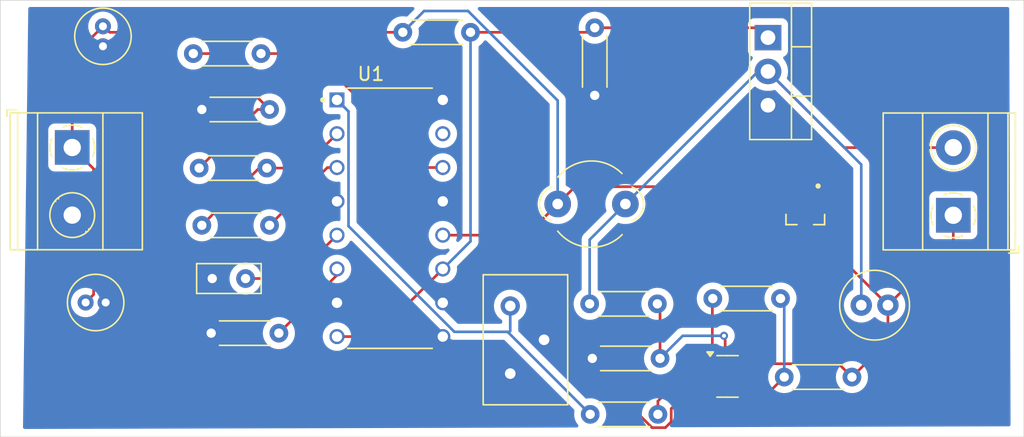
<source format=kicad_pcb>
(kicad_pcb (version 20240108) (generator "pcbnew") (generator_version "8.0")
  (layers (0 "F.Cu" signal) (31 "B.Cu" signal) (34 "B.Paste" user) (35 "F.Paste" user) (36 "B.SilkS" user "B.Silkscreen") (37 "F.SilkS" user "F.Silkscreen") (38 "B.Mask" user) (39 "F.Mask" user) (44 "Edge.Cuts" user))
  (net 0 "")
  (net 1 "GND")
  (net 2 "+12V")
  (net 3 "Net-(U1-CT)")
  (net 4 "Net-(J2-Pin_2)")
  (net 5 "Net-(J2-Pin_1)")
  (net 6 "Net-(Q1-G)")
  (net 7 "/Vref")
  (net 8 "Net-(R1-Pad1)")
  (net 9 "Net-(U1-1IN-)")
  (net 10 "Net-(U1-FB)")
  (net 11 "Net-(U1-RT)")
  (net 12 "Net-(U2--)")
  (net 13 "/V_ADJ")
  (net 14 "Net-(R10-Pad2)")
  (net 15 "Net-(U2-+)")
  (footprint "Resistor_THT:R_Axial_DIN0204_L3.6mm_D1.6mm_P5.08mm_Horizontal" (layer "F.Cu") (at 92 58.4)
    (property "Reference" "R6" (hide yes))
    (property "Value" "560R" (hide yes))
    (fp_line (start 0.62 -0.92) (end 4.46 -0.92) (stroke (width 0.12)) (layer "F.SilkS"))
    (fp_line (start 0.62 0.92) (end 4.46 0.92) (stroke (width 0.12)) (layer "F.SilkS"))
    (pad "1" thru_hole circle (at 0 0) (size 1.4 1.4) (drill 0.7) (layers "*.Cu" "*.Mask") (net 2 "+12V"))
    (pad "2" thru_hole oval (at 5.08 0) (size 1.4 1.4) (drill 0.7) (layers "*.Cu" "*.Mask") (net 6 "Net-(Q1-G)"))
  )
  (footprint "Capacitor_THT:C_Rect_L4.6mm_W2.0mm_P2.50mm_MKS02_FKP02" (layer "F.Cu") (at 80.2 76.9 180)
    (property "Reference" "C3" (hide yes))
    (property "Value" "2.2nF" (hide yes))
    (fp_line (start 3.67 -1.12) (end 3.67 1.12) (stroke (width 0.12)) (layer "F.SilkS"))
    (fp_line (start -1.17 1.12) (end 3.67 1.12) (stroke (width 0.12)) (layer "F.SilkS"))
    (fp_line (start -1.17 -1.12) (end 3.67 -1.12) (stroke (width 0.12)) (layer "F.SilkS"))
    (fp_line (start -1.17 -1.12) (end -1.17 1.12) (stroke (width 0.12)) (layer "F.SilkS"))
    (pad "1" thru_hole circle (at 0 0 180) (size 1.4 1.4) (drill 0.7) (layers "*.Cu" "*.Mask") (net 3 "Net-(U1-CT)"))
    (pad "2" thru_hole circle (at 2.5 0 180) (size 1.4 1.4) (drill 0.7) (layers "*.Cu" "*.Mask") (net 1 "GND"))
  )
  (footprint "Package_TO_SOT_THT:TO-220-3_Vertical" (layer "F.Cu") (at 119.4 58.8 -90)
    (property "Reference" "Q1" (hide yes))
    (property "Value" "IRF540N" (hide yes))
    (fp_line (start -2.58 1.371) (end 7.66 1.371) (stroke (width 0.12)) (layer "F.SilkS"))
    (fp_line (start -2.58 -1.76) (end 7.66 -1.76) (stroke (width 0.12)) (layer "F.SilkS"))
    (fp_line (start -2.58 -3.27) (end -2.58 1.371) (stroke (width 0.12)) (layer "F.SilkS"))
    (fp_line (start -2.58 -3.27) (end 7.66 -3.27) (stroke (width 0.12)) (layer "F.SilkS"))
    (fp_line (start 0.69 -3.27) (end 0.69 -1.76) (stroke (width 0.12)) (layer "F.SilkS"))
    (fp_line (start 4.391 -3.27) (end 4.391 -1.76) (stroke (width 0.12)) (layer "F.SilkS"))
    (fp_line (start 7.66 -3.27) (end 7.66 1.371) (stroke (width 0.12)) (layer "F.SilkS"))
    (pad "1" thru_hole rect (at 0 0 270) (size 1.905 2) (drill 1.1) (layers "*.Cu" "*.Mask") (net 6 "Net-(Q1-G)"))
    (pad "2" thru_hole oval (at 2.54 0 270) (size 1.905 2) (drill 1.1) (layers "*.Cu" "*.Mask") (net 4 "Net-(J2-Pin_2)"))
    (pad "3" thru_hole oval (at 5.08 0 270) (size 1.905 2) (drill 1.1) (layers "*.Cu" "*.Mask") (net 1 "GND"))
  )
  (footprint "Resistor_THT:R_Axial_DIN0204_L3.6mm_D1.6mm_P5.08mm_Horizontal" (layer "F.Cu") (at 106.02 78.8)
    (property "Reference" "R8" (hide yes))
    (property "Value" "10K" (hide yes))
    (fp_line (start 0.62 -0.92) (end 4.46 -0.92) (stroke (width 0.12)) (layer "F.SilkS"))
    (fp_line (start 0.62 0.92) (end 4.46 0.92) (stroke (width 0.12)) (layer "F.SilkS"))
    (pad "1" thru_hole circle (at 0 0) (size 1.4 1.4) (drill 0.7) (layers "*.Cu" "*.Mask") (net 4 "Net-(J2-Pin_2)"))
    (pad "2" thru_hole oval (at 5.08 0) (size 1.4 1.4) (drill 0.7) (layers "*.Cu" "*.Mask") (net 12 "Net-(U2--)"))
  )
  (footprint "TL494:DIP794W45P254L1969H508Q16" (layer "F.Cu") (at 91.03 72.37)
    (property "Reference" "U1" (at -1.425 -10.835 0) (layer "F.SilkS"))
    (property "Value" "TL494")
    (fp_line (start -3.175 -9.775) (end 3.175 -9.775) (stroke (width 0.127)) (layer "F.SilkS"))
    (fp_line (start -3.175 9.775) (end 3.175 9.775) (stroke (width 0.127)) (layer "F.SilkS"))
    (fp_circle (center -5.035 -8.89) (end -4.935 -8.89) (stroke (width 0.2)) (fill none) (layer "F.SilkS"))
    (pad "1" thru_hole rect (at -3.97 -8.89) (size 1.13 1.13) (drill 0.78) (layers "*.Cu" "*.Mask") (net 13 "/V_ADJ"))
    (pad "2" thru_hole circle (at -3.97 -6.35) (size 1.13 1.13) (drill 0.78) (layers "*.Cu" "*.Mask") (net 9 "Net-(U1-1IN-)"))
    (pad "3" thru_hole circle (at -3.97 -3.81) (size 1.13 1.13) (drill 0.78) (layers "*.Cu" "*.Mask") (net 10 "Net-(U1-FB)"))
    (pad "4" thru_hole circle (at -3.97 -1.27) (size 1.13 1.13) (drill 0.78) (layers "*.Cu" "*.Mask") (net 1 "GND"))
    (pad "5" thru_hole circle (at -3.97 1.27) (size 1.13 1.13) (drill 0.78) (layers "*.Cu" "*.Mask") (net 3 "Net-(U1-CT)"))
    (pad "6" thru_hole circle (at -3.97 3.81) (size 1.13 1.13) (drill 0.78) (layers "*.Cu" "*.Mask") (net 11 "Net-(U1-RT)"))
    (pad "7" thru_hole circle (at -3.97 6.35) (size 1.13 1.13) (drill 0.78) (layers "*.Cu" "*.Mask") (net 1 "GND"))
    (pad "8" thru_hole circle (at -3.97 8.89) (size 1.13 1.13) (drill 0.78) (layers "*.Cu" "*.Mask") (net 6 "Net-(Q1-G)"))
    (pad "9" thru_hole circle (at 3.97 8.89) (size 1.13 1.13) (drill 0.78) (layers "*.Cu" "*.Mask") (net 1 "GND"))
    (pad "10" thru_hole circle (at 3.97 6.35) (size 1.13 1.13) (drill 0.78) (layers "*.Cu" "*.Mask") (net 1 "GND"))
    (pad "11" thru_hole circle (at 3.97 3.81) (size 1.13 1.13) (drill 0.78) (layers "*.Cu" "*.Mask") (net 6 "Net-(Q1-G)"))
    (pad "12" thru_hole circle (at 3.97 1.27) (size 1.13 1.13) (drill 0.78) (layers "*.Cu" "*.Mask") (net 2 "+12V"))
    (pad "13" thru_hole circle (at 3.97 -1.27) (size 1.13 1.13) (drill 0.78) (layers "*.Cu" "*.Mask") (net 1 "GND"))
    (pad "14" thru_hole circle (at 3.97 -3.81) (size 1.13 1.13) (drill 0.78) (layers "*.Cu" "*.Mask") (net 7 "/Vref"))
    (pad "15" thru_hole circle (at 3.97 -6.35) (size 1.13 1.13) (drill 0.78) (layers "*.Cu" "*.Mask"))
    (pad "16" thru_hole circle (at 3.97 -8.89) (size 1.13 1.13) (drill 0.78) (layers "*.Cu" "*.Mask") (net 1 "GND"))
  )
  (footprint "Resistor_THT:R_Axial_DIN0204_L3.6mm_D1.6mm_P5.08mm_Horizontal" (layer "F.Cu") (at 106.06 87.1)
    (property "Reference" "R10" (hide yes))
    (property "Value" "2.2K" (hide yes))
    (fp_line (start 0.62 -0.92) (end 4.46 -0.92) (stroke (width 0.12)) (layer "F.SilkS"))
    (fp_line (start 0.62 0.92) (end 4.46 0.92) (stroke (width 0.12)) (layer "F.SilkS"))
    (pad "1" thru_hole circle (at 0 0) (size 1.4 1.4) (drill 0.7) (layers "*.Cu" "*.Mask") (net 13 "/V_ADJ"))
    (pad "2" thru_hole oval (at 5.08 0) (size 1.4 1.4) (drill 0.7) (layers "*.Cu" "*.Mask") (net 14 "Net-(R10-Pad2)"))
  )
  (footprint "TerminalBlock_Phoenix:TerminalBlock_Phoenix_MKDS-1,5-2-5.08_1x02_P5.08mm_Horizontal" (layer "F.Cu") (at 133.305 72.145 90)
    (property "Reference" "J2" (hide yes))
    (property "Value" "Screw_Terminal_01x02" (hide yes))
    (fp_line (start 7.68 -5.261) (end 7.68 4.66) (stroke (width 0.12)) (layer "F.SilkS"))
    (fp_line (start -2.6 -5.261) (end 7.68 -5.261) (stroke (width 0.12)) (layer "F.SilkS"))
    (fp_line (start -2.6 -5.261) (end -2.6 4.66) (stroke (width 0.12)) (layer "F.SilkS"))
    (fp_line (start -2.6 -2.301) (end 7.68 -2.301) (stroke (width 0.12)) (layer "F.SilkS"))
    (fp_line (start 6.15 -1.275) (end 6.115 -1.239) (stroke (width 0.12)) (layer "F.SilkS"))
    (fp_line (start 6.355 -1.069) (end 6.308 -1.023) (stroke (width 0.12)) (layer "F.SilkS"))
    (fp_line (start 3.853 1.023) (end 3.806 1.069) (stroke (width 0.12)) (layer "F.SilkS"))
    (fp_line (start 4.046 1.239) (end 4.011 1.274) (stroke (width 0.12)) (layer "F.SilkS"))
    (fp_line (start -2.6 2.6) (end 7.68 2.6) (stroke (width 0.12)) (layer "F.SilkS"))
    (fp_line (start -2.6 4.1) (end 7.68 4.1) (stroke (width 0.12)) (layer "F.SilkS"))
    (fp_line (start -2.84 4.16) (end -2.84 4.9) (stroke (width 0.12)) (layer "F.SilkS"))
    (fp_line (start -2.6 4.66) (end 7.68 4.66) (stroke (width 0.12)) (layer "F.SilkS"))
    (fp_line (start -2.84 4.9) (end -2.34 4.9) (stroke (width 0.12)) (layer "F.SilkS"))
    (fp_arc (start -0.683042 -1.535427) (mid 0.000524 -1.680501) (end 0.684 -1.535) (stroke (width 0.12)) (layer "F.SilkS"))
    (fp_arc (start 1.535427 -0.683042) (mid 1.680501 0.000524) (end 1.535 0.684) (stroke (width 0.12)) (layer "F.SilkS"))
    (fp_arc (start -1.535427 0.683042) (mid -1.680501 -0.000524) (end -1.535 -0.684) (stroke (width 0.12)) (layer "F.SilkS"))
    (fp_arc (start 0.683318 1.534756) (mid 0.349292 1.643288) (end 0 1.68) (stroke (width 0.12)) (layer "F.SilkS"))
    (fp_arc (start 0.028805 1.680253) (mid -0.335551 1.646659) (end -0.684 1.535) (stroke (width 0.12)) (layer "F.SilkS"))
    (fp_circle (center 5.08 0) (end 6.76 0) (stroke (width 0.12)) (fill none) (layer "F.SilkS"))
    (pad "1" thru_hole rect (at 0 0 90) (size 2.6 2.6) (drill 1.3) (layers "*.Cu" "*.Mask") (net 5 "Net-(J2-Pin_1)"))
    (pad "2" thru_hole circle (at 5.08 0 90) (size 2.6 2.6) (drill 1.3) (layers "*.Cu" "*.Mask") (net 4 "Net-(J2-Pin_2)"))
  )
  (footprint "Package_TO_SOT_SMD:SOT-23-5" (layer "F.Cu") (at 116.3625 84.25)
    (property "Reference" "U2" (hide yes))
    (property "Value" "ADA4610-1xRJ" (hide yes))
    (fp_line (start 0 -1.56) (end -0.8 -1.56) (stroke (width 0.12)) (layer "F.SilkS"))
    (fp_line (start 0 -1.56) (end 0.8 -1.56) (stroke (width 0.12)) (layer "F.SilkS"))
    (fp_line (start 0 1.56) (end -0.8 1.56) (stroke (width 0.12)) (layer "F.SilkS"))
    (fp_line (start 0 1.56) (end 0.8 1.56) (stroke (width 0.12)) (layer "F.SilkS"))
    (fp_poly (pts (xy -1.3 -1.51) (xy -1.54 -1.84) (xy -1.06 -1.84) (xy -1.3 -1.51)) (stroke (width 0.12)) (fill solid) (layer "F.SilkS"))
    (pad "1" smd roundrect (at -1.1375 -0.95) (size 1.325 0.6) (layers "F.Cu" "F.Paste" "F.Mask") (net 14 "Net-(R10-Pad2)"))
    (pad "2" smd roundrect (at -1.1375 0) (size 1.325 0.6) (layers "F.Cu" "F.Paste" "F.Mask") (net 1 "GND"))
    (pad "3" smd roundrect (at -1.1375 0.95) (size 1.325 0.6) (layers "F.Cu" "F.Paste" "F.Mask") (net 15 "Net-(U2-+)"))
    (pad "4" smd roundrect (at 1.1375 0.95) (size 1.325 0.6) (layers "F.Cu" "F.Paste" "F.Mask") (net 12 "Net-(U2--)"))
    (pad "5" smd roundrect (at 1.1375 -0.95) (size 1.325 0.6) (layers "F.Cu" "F.Paste" "F.Mask") (net 5 "Net-(J2-Pin_1)"))
  )
  (footprint "Resistor_THT:R_Axial_DIN0204_L3.6mm_D1.6mm_P5.08mm_Horizontal" (layer "F.Cu") (at 76.92 64.2)
    (property "Reference" "R2" (hide yes))
    (property "Value" "10K" (hide yes))
    (fp_line (start 0.62 -0.92) (end 4.46 -0.92) (stroke (width 0.12)) (layer "F.SilkS"))
    (fp_line (start 0.62 0.92) (end 4.46 0.92) (stroke (width 0.12)) (layer "F.SilkS"))
    (pad "1" thru_hole circle (at 0 0) (size 1.4 1.4) (drill 0.7) (layers "*.Cu" "*.Mask") (net 1 "GND"))
    (pad "2" thru_hole oval (at 5.08 0) (size 1.4 1.4) (drill 0.7) (layers "*.Cu" "*.Mask") (net 8 "Net-(R1-Pad1)"))
  )
  (footprint "Capacitor_THT:C_Radial_D4.0mm_H7.0mm_P1.50mm" (layer "F.Cu") (at 69.5 57.95 -90)
    (property "Reference" "C2" (hide yes))
    (property "Value" "1000uF 25V" (hide yes))
    (fp_circle (center 0.75 0) (end 2.87 0) (stroke (width 0.12)) (fill none) (layer "F.SilkS"))
    (pad "1" thru_hole circle (at 0 0 270) (size 1.2 1.2) (drill 0.6) (layers "*.Cu" "*.Mask") (net 2 "+12V"))
    (pad "2" thru_hole circle (at 1.5 0 270) (size 1.2 1.2) (drill 0.6) (layers "*.Cu" "*.Mask") (net 1 "GND"))
  )
  (footprint "Resistor_THT:R_Axial_DIN0204_L3.6mm_D1.6mm_P5.08mm_Horizontal" (layer "F.Cu") (at 76.28 60)
    (property "Reference" "R1" (hide yes))
    (property "Value" "10K" (hide yes))
    (fp_line (start 0.62 -0.92) (end 4.46 -0.92) (stroke (width 0.12)) (layer "F.SilkS"))
    (fp_line (start 0.62 0.92) (end 4.46 0.92) (stroke (width 0.12)) (layer "F.SilkS"))
    (pad "1" thru_hole circle (at 0 0) (size 1.4 1.4) (drill 0.7) (layers "*.Cu" "*.Mask") (net 8 "Net-(R1-Pad1)"))
    (pad "2" thru_hole oval (at 5.08 0) (size 1.4 1.4) (drill 0.7) (layers "*.Cu" "*.Mask") (net 7 "/Vref"))
  )
  (footprint "Capacitor_THT:C_Radial_D5.0mm_H11.0mm_P2.00mm" (layer "F.Cu") (at 126.4 78.9)
    (property "Reference" "C4" (hide yes))
    (property "Value" "1000uF 63V" (hide yes))
    (fp_circle (center 1 0) (end 3.62 0) (stroke (width 0.12)) (fill none) (layer "F.SilkS"))
    (pad "1" thru_hole circle (at 0 0) (size 1.6 1.6) (drill 0.8) (layers "*.Cu" "*.Mask") (net 4 "Net-(J2-Pin_2)"))
    (pad "2" thru_hole circle (at 2 0) (size 1.6 1.6) (drill 0.8) (layers "*.Cu" "*.Mask") (net 5 "Net-(J2-Pin_1)"))
  )
  (footprint "Resistor_THT:R_Axial_DIN0204_L3.6mm_D1.6mm_P5.08mm_Horizontal" (layer "F.Cu") (at 76.72 68.6)
    (property "Reference" "R3" (hide yes))
    (property "Value" "560" (hide yes))
    (fp_line (start 0.62 -0.92) (end 4.46 -0.92) (stroke (width 0.12)) (layer "F.SilkS"))
    (fp_line (start 0.62 0.92) (end 4.46 0.92) (stroke (width 0.12)) (layer "F.SilkS"))
    (pad "1" thru_hole circle (at 0 0) (size 1.4 1.4) (drill 0.7) (layers "*.Cu" "*.Mask") (net 8 "Net-(R1-Pad1)"))
    (pad "2" thru_hole oval (at 5.08 0) (size 1.4 1.4) (drill 0.7) (layers "*.Cu" "*.Mask") (net 9 "Net-(U1-1IN-)"))
  )
  (footprint "Resistor_THT:R_Axial_DIN0204_L3.6mm_D1.6mm_P5.08mm_Horizontal" (layer "F.Cu") (at 125.7 84.3 180)
    (property "Reference" "R11" (hide yes))
    (property "Value" "10K" (hide yes))
    (fp_line (start 0.62 0.92) (end 4.46 0.92) (stroke (width 0.12)) (layer "F.SilkS"))
    (fp_line (start 0.62 -0.92) (end 4.46 -0.92) (stroke (width 0.12)) (layer "F.SilkS"))
    (pad "1" thru_hole circle (at 0 0 180) (size 1.4 1.4) (drill 0.7) (layers "*.Cu" "*.Mask") (net 5 "Net-(J2-Pin_1)"))
    (pad "2" thru_hole oval (at 5.08 0 180) (size 1.4 1.4) (drill 0.7) (layers "*.Cu" "*.Mask") (net 15 "Net-(U2-+)"))
  )
  (footprint "Dual_Schottky:SOT96P240X120-3N" (layer "F.Cu") (at 122.2 72.2 -90)
    (property "Reference" "D1" (hide yes))
    (property "Value" "D_Schottky_Dual_CommonCathode_AKA" (hide yes))
    (fp_line (start -0.115 1.45) (end 0.65 1.45) (stroke (width 0.127)) (layer "F.SilkS"))
    (fp_line (start 0.65 1.45) (end 0.65 0.625) (stroke (width 0.127)) (layer "F.SilkS"))
    (fp_line (start 0.65 -0.625) (end 0.65 -1.45) (stroke (width 0.127)) (layer "F.SilkS"))
    (fp_line (start 0.65 -1.45) (end -0.115 -1.45) (stroke (width 0.127)) (layer "F.SilkS"))
    (fp_circle (center -2.25 -0.96) (end -2.15 -0.96) (stroke (width 0.2)) (fill none) (layer "F.SilkS"))
    (pad "1" smd rect (at -1 -0.96 270) (size 1.13 0.63) (layers "F.Cu" "F.Paste" "F.Mask") (net 5 "Net-(J2-Pin_1)"))
    (pad "2" smd rect (at -1 0.96 270) (size 1.13 0.63) (layers "F.Cu" "F.Paste" "F.Mask") (net 2 "+12V"))
    (pad "3" smd rect (at 1 0 270) (size 1.13 0.63) (layers "F.Cu" "F.Paste" "F.Mask") (net 5 "Net-(J2-Pin_1)"))
  )
  (footprint "Potentiometer_THT:Potentiometer_Bourns_3299Y_Vertical" (layer "F.Cu") (at 100.06 78.96 90)
    (property "Reference" "RV1" (hide yes))
    (property "Value" "10K" (hide yes))
    (fp_line (start 2.345 -2.03) (end 2.345 4.31) (stroke (width 0.12)) (layer "F.SilkS"))
    (fp_line (start -7.425 -2.03) (end 2.345 -2.03) (stroke (width 0.12)) (layer "F.SilkS"))
    (fp_line (start -7.425 -2.03) (end -7.425 4.31) (stroke (width 0.12)) (layer "F.SilkS"))
    (fp_line (start -7.425 4.31) (end 2.345 4.31) (stroke (width 0.12)) (layer "F.SilkS"))
    (pad "1" thru_hole circle (at 0 0 90) (size 1.44 1.44) (drill 0.8) (layers "*.Cu" "*.Mask") (net 13 "/V_ADJ"))
    (pad "2" thru_hole circle (at -2.54 2.54 90) (size 1.44 1.44) (drill 0.8) (layers "*.Cu" "*.Mask") (net 1 "GND"))
    (pad "3" thru_hole circle (at -5.08 0 90) (size 1.44 1.44) (drill 0.8) (layers "*.Cu" "*.Mask") (net 1 "GND"))
  )
  (footprint "Resistor_THT:R_Axial_DIN0204_L3.6mm_D1.6mm_P5.08mm_Horizontal" (layer "F.Cu") (at 106.22 82.9)
    (property "Reference" "R9" (hide yes))
    (property "Value" "2.2K" (hide yes))
    (fp_line (start 0.62 -0.92) (end 4.46 -0.92) (stroke (width 0.12)) (layer "F.SilkS"))
    (fp_line (start 0.62 0.92) (end 4.46 0.92) (stroke (width 0.12)) (layer "F.SilkS"))
    (pad "1" thru_hole circle (at 0 0) (size 1.4 1.4) (drill 0.7) (layers "*.Cu" "*.Mask") (net 1 "GND"))
    (pad "2" thru_hole oval (at 5.08 0) (size 1.4 1.4) (drill 0.7) (layers "*.Cu" "*.Mask") (net 12 "Net-(U2--)"))
  )
  (footprint "Resistor_THT:R_Axial_DIN0204_L3.6mm_D1.6mm_P5.08mm_Horizontal" (layer "F.Cu") (at 76.92 72.9)
    (property "Reference" "R4" (hide yes))
    (property "Value" "50K" (hide yes))
    (fp_line (start 0.62 -0.92) (end 4.46 -0.92) (stroke (width 0.12)) (layer "F.SilkS"))
    (fp_line (start 0.62 0.92) (end 4.46 0.92) (stroke (width 0.12)) (layer "F.SilkS"))
    (pad "1" thru_hole circle (at 0 0) (size 1.4 1.4) (drill 0.7) (layers "*.Cu" "*.Mask") (net 9 "Net-(U1-1IN-)"))
    (pad "2" thru_hole oval (at 5.08 0) (size 1.4 1.4) (drill 0.7) (layers "*.Cu" "*.Mask") (net 10 "Net-(U1-FB)"))
  )
  (footprint "Ferrite_THT:LairdTech_28C0236-0JW-10" (layer "F.Cu") (at 108.7 71.3 180)
    (property "Reference" "L1" (hide yes))
    (property "Value" "220uH" (hide yes))
    (fp_arc (start 5.588 -1.27) (mid 6.447832 0) (end 5.588 1.27) (stroke (width 0.12)) (layer "F.SilkS"))
    (fp_arc (start 5.064465 2.019572) (mid 2.71878 3.227946) (end 0.254 2.286) (stroke (width 0.12)) (layer "F.SilkS"))
    (fp_arc (start 0.239932 -2.300068) (mid 2.71988 -3.24781) (end 5.08 -2.032) (stroke (width 0.12)) (layer "F.SilkS"))
    (fp_arc (start -0.508 1.27) (mid -1.367832 0) (end -0.508 -1.27) (stroke (width 0.12)) (layer "F.SilkS"))
    (pad "1" thru_hole circle (at 0 0 180) (size 2 2) (drill 0.8) (layers "*.Cu" "*.Mask") (net 4 "Net-(J2-Pin_2)"))
    (pad "2" thru_hole circle (at 5.08 0 180) (size 2 2) (drill 0.8) (layers "*.Cu" "*.Mask") (net 2 "+12V"))
  )
  (footprint "Resistor_THT:R_Axial_DIN0204_L3.6mm_D1.6mm_P5.08mm_Horizontal" (layer "F.Cu") (at 115.26 78.4)
    (property "Reference" "R12" (hide yes))
    (property "Value" "2.2K" (hide yes))
    (fp_line (start 0.62 -0.92) (end 4.46 -0.92) (stroke (width 0.12)) (layer "F.SilkS"))
    (fp_line (start 0.62 0.92) (end 4.46 0.92) (stroke (width 0.12)) (layer "F.SilkS"))
    (pad "1" thru_hole circle (at 0 0) (size 1.4 1.4) (drill 0.7) (layers "*.Cu" "*.Mask") (net 14 "Net-(R10-Pad2)"))
    (pad "2" thru_hole oval (at 5.08 0) (size 1.4 1.4) (drill 0.7) (layers "*.Cu" "*.Mask") (net 15 "Net-(U2-+)"))
  )
  (footprint "Resistor_THT:R_Axial_DIN0204_L3.6mm_D1.6mm_P5.08mm_Horizontal" (layer "F.Cu") (at 77.62 81)
    (property "Reference" "R5" (hide yes))
    (property "Value" "4.7K" (hide yes))
    (fp_line (start 0.62 -0.92) (end 4.46 -0.92) (stroke (width 0.12)) (layer "F.SilkS"))
    (fp_line (start 0.62 0.92) (end 4.46 0.92) (stroke (width 0.12)) (layer "F.SilkS"))
    (pad "1" thru_hole circle (at 0 0) (size 1.4 1.4) (drill 0.7) (layers "*.Cu" "*.Mask") (net 1 "GND"))
    (pad "2" thru_hole oval (at 5.08 0) (size 1.4 1.4) (drill 0.7) (layers "*.Cu" "*.Mask") (net 11 "Net-(U1-RT)"))
  )
  (footprint "Resistor_THT:R_Axial_DIN0204_L3.6mm_D1.6mm_P5.08mm_Horizontal" (layer "F.Cu") (at 106.4 58.06 -90)
    (property "Reference" "R7" (hide yes))
    (property "Value" "10K" (hide yes))
    (fp_line (start 0.62 0.92) (end 4.46 0.92) (stroke (width 0.12)) (layer "F.SilkS"))
    (fp_line (start 0.62 -0.92) (end 4.46 -0.92) (stroke (width 0.12)) (layer "F.SilkS"))
    (pad "1" thru_hole circle (at 0 0 270) (size 1.4 1.4) (drill 0.7) (layers "*.Cu" "*.Mask") (net 6 "Net-(Q1-G)"))
    (pad "2" thru_hole oval (at 5.08 0 270) (size 1.4 1.4) (drill 0.7) (layers "*.Cu" "*.Mask") (net 1 "GND"))
  )
  (footprint "Capacitor_THT:C_Radial_D4.0mm_H7.0mm_P1.50mm" (layer "F.Cu") (at 68.2 78.7)
    (property "Reference" "C1" (hide yes))
    (property "Value" "1000uF 25V" (hide yes))
    (fp_circle (center 0.75 0) (end 2.87 0) (stroke (width 0.12)) (fill none) (layer "F.SilkS"))
    (pad "1" thru_hole circle (at 0 0) (size 1.2 1.2) (drill 0.6) (layers "*.Cu" "*.Mask") (net 2 "+12V"))
    (pad "2" thru_hole circle (at 1.5 0) (size 1.2 1.2) (drill 0.6) (layers "*.Cu" "*.Mask") (net 1 "GND"))
  )
  (footprint "TerminalBlock_Phoenix:TerminalBlock_Phoenix_MKDS-1,5-2-5.08_1x02_P5.08mm_Horizontal" (layer "F.Cu") (at 67.195 67.055 -90)
    (property "Reference" "J1" (hide yes))
    (property "Value" "Screw_Terminal_01x02" (hide yes))
    (fp_line (start -2.84 4.9) (end -2.34 4.9) (stroke (width 0.12)) (layer "F.SilkS"))
    (fp_line (start -2.6 4.66) (end 7.68 4.66) (stroke (width 0.12)) (layer "F.SilkS"))
    (fp_line (start -2.84 4.16) (end -2.84 4.9) (stroke (width 0.12)) (layer "F.SilkS"))
    (fp_line (start -2.6 4.1) (end 7.68 4.1) (stroke (width 0.12)) (layer "F.SilkS"))
    (fp_line (start -2.6 2.6) (end 7.68 2.6) (stroke (width 0.12)) (layer "F.SilkS"))
    (fp_line (start 4.046 1.239) (end 4.011 1.274) (stroke (width 0.12)) (layer "F.SilkS"))
    (fp_line (start 3.853 1.023) (end 3.806 1.069) (stroke (width 0.12)) (layer "F.SilkS"))
    (fp_line (start 6.355 -1.069) (end 6.308 -1.023) (stroke (width 0.12)) (layer "F.SilkS"))
    (fp_line (start 6.15 -1.275) (end 6.115 -1.239) (stroke (width 0.12)) (layer "F.SilkS"))
    (fp_line (start -2.6 -2.301) (end 7.68 -2.301) (stroke (width 0.12)) (layer "F.SilkS"))
    (fp_line (start -2.6 -5.261) (end -2.6 4.66) (stroke (width 0.12)) (layer "F.SilkS"))
    (fp_line (start -2.6 -5.261) (end 7.68 -5.261) (stroke (width 0.12)) (layer "F.SilkS"))
    (fp_line (start 7.68 -5.261) (end 7.68 4.66) (stroke (width 0.12)) (layer "F.SilkS"))
    (fp_arc (start 0.028805 1.680253) (mid -0.335551 1.646659) (end -0.684 1.535) (stroke (width 0.12)) (layer "F.SilkS"))
    (fp_arc (start 0.683318 1.534756) (mid 0.349292 1.643288) (end 0 1.68) (stroke (width 0.12)) (layer "F.SilkS"))
    (fp_arc (start -1.535427 0.683042) (mid -1.680501 -0.000524) (end -1.535 -0.684) (stroke (width 0.12)) (layer "F.SilkS"))
    (fp_arc (start 1.535427 -0.683042) (mid 1.680501 0.000524) (end 1.535 0.684) (stroke (width 0.12)) (layer "F.SilkS"))
    (fp_arc (start -0.683042 -1.535427) (mid 0.000524 -1.680501) (end 0.684 -1.535) (stroke (width 0.12)) (layer "F.SilkS"))
    (fp_circle (center 5.08 0) (end 6.76 0) (stroke (width 0.12)) (fill none) (layer "F.SilkS"))
    (pad "1" thru_hole rect (at 0 0 270) (size 2.6 2.6) (drill 1.3) (layers "*.Cu" "*.Mask") (net 2 "+12V"))
    (pad "2" thru_hole circle (at 5.08 0 270) (size 2.6 2.6) (drill 1.3) (layers "*.Cu" "*.Mask") (net 1 "GND"))
  )
  (gr_line (start 138.6 88.8) (end 138.6 56) (stroke (width 0.05)) (layer "Edge.Cuts"))
  (gr_line (start 61.8 56) (end 61.8 56.7) (stroke (width 0.05)) (layer "Edge.Cuts"))
  (gr_line (start 138.6 56) (end 61.8 56) (stroke (width 0.05)) (layer "Edge.Cuts"))
  (gr_line (start 61.8 88.8) (end 138.6 88.8) (stroke (width 0.05)) (layer "Edge.Cuts"))
  (gr_line (start 61.8 56.7) (end 61.8 88.8) (stroke (width 0.05)) (layer "Edge.Cuts"))
  (segment (start 112.14 87.66) (end 111.7 88.1) (width 0.2) (layer "F.Cu") (net 1))
  (segment (start 106.22 83.62) (end 106.22 82.9) (width 0.2) (layer "F.Cu") (net 1))
  (segment (start 112.14 86.672501) (end 112.14 87.66) (width 0.2) (layer "F.Cu") (net 1))
  (segment (start 110.7 88.1) (end 106.22 83.62) (width 0.2) (layer "F.Cu") (net 1))
  (segment (start 114.562501 84.25) (end 112.14 86.672501) (width 0.2) (layer "F.Cu") (net 1))
  (segment (start 115.225 84.25) (end 114.562501 84.25) (width 0.2) (layer "F.Cu") (net 1))
  (segment (start 111.7 88.1) (end 110.7 88.1) (width 0.2) (layer "F.Cu") (net 1))
  (segment (start 69.5 57.95) (end 69.55 57.95) (width 0.2) (layer "F.Cu") (net 2))
  (segment (start 68.2 78.7) (end 68.8 78.1) (width 0.2) (layer "F.Cu") (net 2))
  (segment (start 67.195 60.255) (end 69.5 57.95) (width 0.2) (layer "F.Cu") (net 2))
  (segment (start 69.55 57.95) (end 70 58.4) (width 0.2) (layer "F.Cu") (net 2))
  (segment (start 103.62 71.3) (end 104.92 70) (width 0.2) (layer "F.Cu") (net 2))
  (segment (start 67.195 67.055) (end 67.195 60.255) (width 0.2) (layer "F.Cu") (net 2))
  (segment (start 95 73.64) (end 101.28 73.64) (width 0.2) (layer "F.Cu") (net 2))
  (segment (start 120.04 70) (end 121.24 71.2) (width 0.2) (layer "F.Cu") (net 2))
  (segment (start 68.8 68.66) (end 67.195 67.055) (width 0.2) (layer "F.Cu") (net 2))
  (segment (start 68.8 78.1) (end 68.8 68.66) (width 0.2) (layer "F.Cu") (net 2))
  (segment (start 104.92 70) (end 120.04 70) (width 0.2) (layer "F.Cu") (net 2))
  (segment (start 101.28 73.64) (end 103.62 71.3) (width 0.2) (layer "F.Cu") (net 2))
  (segment (start 70 58.4) (end 92 58.4) (width 0.2) (layer "F.Cu") (net 2))
  (segment (start 93.6 56.8) (end 92 58.4) (width 0.2) (layer "B.Cu") (net 2))
  (segment (start 103.62 71.3) (end 103.62 63.525786) (width 0.2) (layer "B.Cu") (net 2))
  (segment (start 103.62 63.525786) (end 96.894214 56.8) (width 0.2) (layer "B.Cu") (net 2))
  (segment (start 96.894214 56.8) (end 93.6 56.8) (width 0.2) (layer "B.Cu") (net 2))
  (segment (start 83.8 76.9) (end 87.06 73.64) (width 0.2) (layer "F.Cu") (net 3))
  (segment (start 80.2 76.9) (end 83.8 76.9) (width 0.2) (layer "F.Cu") (net 3))
  (segment (start 133.305 67.065) (end 125.3 67.065) (width 0.2) (layer "F.Cu") (net 4))
  (segment (start 125.3 67.065) (end 125.125 67.065) (width 0.2) (layer "F.Cu") (net 4))
  (segment (start 125.125 67.065) (end 119.4 61.34) (width 0.2) (layer "F.Cu") (net 4))
  (segment (start 118.66 61.34) (end 119.4 61.34) (width 0.2) (layer "B.Cu") (net 4))
  (segment (start 106.02 73.98) (end 108.7 71.3) (width 0.2) (layer "B.Cu") (net 4))
  (segment (start 126.4 68.34) (end 119.4 61.34) (width 0.2) (layer "B.Cu") (net 4))
  (segment (start 108.7 71.3) (end 118.66 61.34) (width 0.2) (layer "B.Cu") (net 4))
  (segment (start 126.4 78.9) (end 126.4 68.34) (width 0.2) (layer "B.Cu") (net 4))
  (segment (start 106.02 78.8) (end 106.02 73.98) (width 0.2) (layer "B.Cu") (net 4))
  (segment (start 133.305 72.145) (end 133.305 73.995) (width 0.2) (layer "F.Cu") (net 5))
  (segment (start 123.16 71.2) (end 123.16 72.24) (width 0.2) (layer "F.Cu") (net 5))
  (segment (start 117.5 83.3) (end 124.7 83.3) (width 0.2) (layer "F.Cu") (net 5))
  (segment (start 123.16 72.24) (end 122.2 73.2) (width 0.2) (layer "F.Cu") (net 5))
  (segment (start 128.4 81.6) (end 125.7 84.3) (width 0.2) (layer "F.Cu") (net 5))
  (segment (start 133.305 73.995) (end 128.4 78.9) (width 0.2) (layer "F.Cu") (net 5))
  (segment (start 122.7 73.2) (end 128.4 78.9) (width 0.2) (layer "F.Cu") (net 5))
  (segment (start 122.2 73.2) (end 122.7 73.2) (width 0.2) (layer "F.Cu") (net 5))
  (segment (start 124.7 83.3) (end 125.7 84.3) (width 0.2) (layer "F.Cu") (net 5))
  (segment (start 128.4 78.9) (end 128.4 81.6) (width 0.2) (layer "F.Cu") (net 5))
  (segment (start 106.4 58.06) (end 118.66 58.06) (width 0.2) (layer "F.Cu") (net 6))
  (segment (start 89.92 81.26) (end 95 76.18) (width 0.2) (layer "F.Cu") (net 6))
  (segment (start 118.66 58.06) (end 119.4 58.8) (width 0.2) (layer "F.Cu") (net 6))
  (segment (start 106.06 58.4) (end 106.4 58.06) (width 0.2) (layer "F.Cu") (net 6))
  (segment (start 87.06 81.26) (end 89.92 81.26) (width 0.2) (layer "F.Cu") (net 6))
  (segment (start 97.08 58.4) (end 106.06 58.4) (width 0.2) (layer "F.Cu") (net 6))
  (segment (start 97.08 58.4) (end 97.08 74.1) (width 0.2) (layer "B.Cu") (net 6))
  (segment (start 97.08 74.1) (end 95 76.18) (width 0.2) (layer "B.Cu") (net 6))
  (segment (start 85.31 60) (end 93.87 68.56) (width 0.2) (layer "F.Cu") (net 7))
  (segment (start 81.36 60) (end 85.31 60) (width 0.2) (layer "F.Cu") (net 7))
  (segment (start 93.87 68.56) (end 95 68.56) (width 0.2) (layer "F.Cu") (net 7))
  (segment (start 76.28 60) (end 77.8 60) (width 0.2) (layer "F.Cu") (net 8))
  (segment (start 81.12 64.2) (end 82 64.2) (width 0.2) (layer "F.Cu") (net 8))
  (segment (start 77.8 60) (end 82 64.2) (width 0.2) (layer "F.Cu") (net 8))
  (segment (start 76.72 68.6) (end 81.12 64.2) (width 0.2) (layer "F.Cu") (net 8))
  (segment (start 81.22 68.6) (end 81.8 68.6) (width 0.2) (layer "F.Cu") (net 9))
  (segment (start 76.92 72.9) (end 81.22 68.6) (width 0.2) (layer "F.Cu") (net 9))
  (segment (start 84.48 68.6) (end 87.06 66.02) (width 0.2) (layer "F.Cu") (net 9))
  (segment (start 81.8 68.6) (end 84.48 68.6) (width 0.2) (layer "F.Cu") (net 9))
  (segment (start 86.34 68.56) (end 87.06 68.56) (width 0.2) (layer "F.Cu") (net 10))
  (segment (start 82 72.9) (end 86.34 68.56) (width 0.2) (layer "F.Cu") (net 10))
  (segment (start 82.7 81) (end 87.06 76.64) (width 0.2) (layer "F.Cu") (net 11))
  (segment (start 87.06 76.64) (end 87.06 76.18) (width 0.2) (layer "F.Cu") (net 11))
  (segment (start 111.3 79) (end 111.1 78.8) (width 0.2) (layer "F.Cu") (net 12))
  (segment (start 116.1875 81.2875) (end 116.1 81.2) (width 0.2) (layer "F.Cu") (net 12))
  (segment (start 116.1875 83.8875) (end 116.1875 81.2875) (width 0.2) (layer "F.Cu") (net 12))
  (segment (start 111.3 82.9) (end 111.3 79) (width 0.2) (layer "F.Cu") (net 12))
  (segment (start 117.5 85.2) (end 116.1875 83.8875) (width 0.2) (layer "F.Cu") (net 12))
  (via (at 116.1 81.2) (size 0.6) (drill 0.3) (layers "F.Cu" "B.Cu") (net 12))
  (segment (start 113 81.2) (end 111.3 82.9) (width 0.2) (layer "B.Cu") (net 12))
  (segment (start 116.1 81.2) (end 113 81.2) (width 0.2) (layer "B.Cu") (net 12))
  (segment (start 100.06 78.96) (end 100.06 80.84) (width 0.2) (layer "B.Cu") (net 13))
  (segment (start 95.865 80.901705) (end 99.861705 80.901705) (width 0.2) (layer "B.Cu") (net 13))
  (segment (start 100.06 80.84) (end 99.93 80.97) (width 0.2) (layer "B.Cu") (net 13))
  (segment (start 87.925 64.345) (end 87.925 72.961705) (width 0.2) (layer "B.Cu") (net 13))
  (segment (start 99.93 80.97) (end 106.06 87.1) (width 0.2) (layer "B.Cu") (net 13))
  (segment (start 87.925 72.961705) (end 95.865 80.901705) (width 0.2) (layer "B.Cu") (net 13))
  (segment (start 99.861705 80.901705) (end 99.93 80.97) (width 0.2) (layer "B.Cu") (net 13))
  (segment (start 87.06 63.48) (end 87.925 64.345) (width 0.2) (layer "B.Cu") (net 13))
  (segment (start 115.225 83.3) (end 115.225 78.435) (width 0.2) (layer "F.Cu") (net 14))
  (segment (start 115.225 78.435) (end 115.26 78.4) (width 0.2) (layer "F.Cu") (net 14))
  (segment (start 111.14 86.110051) (end 113.950051 83.3) (width 0.2) (layer "F.Cu") (net 14))
  (segment (start 113.950051 83.3) (end 115.225 83.3) (width 0.2) (layer "F.Cu") (net 14))
  (segment (start 111.14 87.1) (end 111.14 86.110051) (width 0.2) (layer "F.Cu") (net 14))
  (segment (start 115.825 85.8) (end 119.12 85.8) (width 0.2) (layer "F.Cu") (net 15))
  (segment (start 119.12 85.8) (end 120.62 84.3) (width 0.2) (layer "F.Cu") (net 15))
  (segment (start 115.225 85.2) (end 115.825 85.8) (width 0.2) (layer "F.Cu") (net 15))
  (segment (start 120.62 78.68) (end 120.34 78.4) (width 0.2) (layer "B.Cu") (net 15))
  (segment (start 120.62 84.3) (end 120.62 78.68) (width 0.2) (layer "B.Cu") (net 15))
  (zone (net 1) (net_name "GND") (layer "B.Cu") (connect_pads yes (clearance 0.5)) (min_thickness 0.25) (fill yes (thermal_gap 0.5) (thermal_bridge_width 0.5))
    (polygon (pts (xy 63.9 56.3) (xy 137.5 56.5) (xy 137.6 88) (xy 63.5 88.2)))
  )
)
</source>
